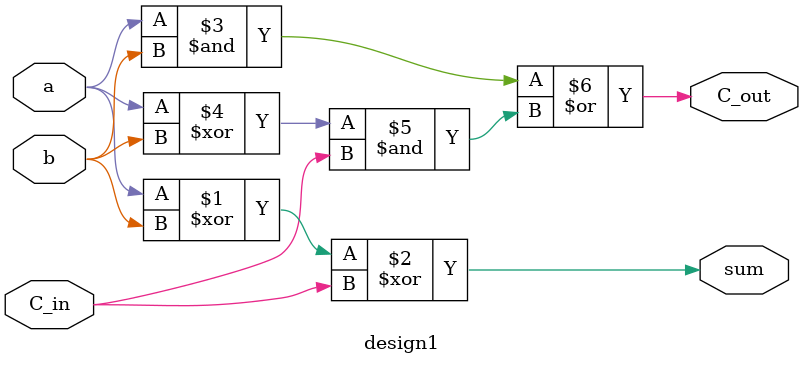
<source format=sv>
module design1 (
  input C_in, a, b,
  output C_out, sum
);

  assign sum = a^b^C_in;
  assign C_out = a&b | (a^b)&C_in;

endmodule: design1

</source>
